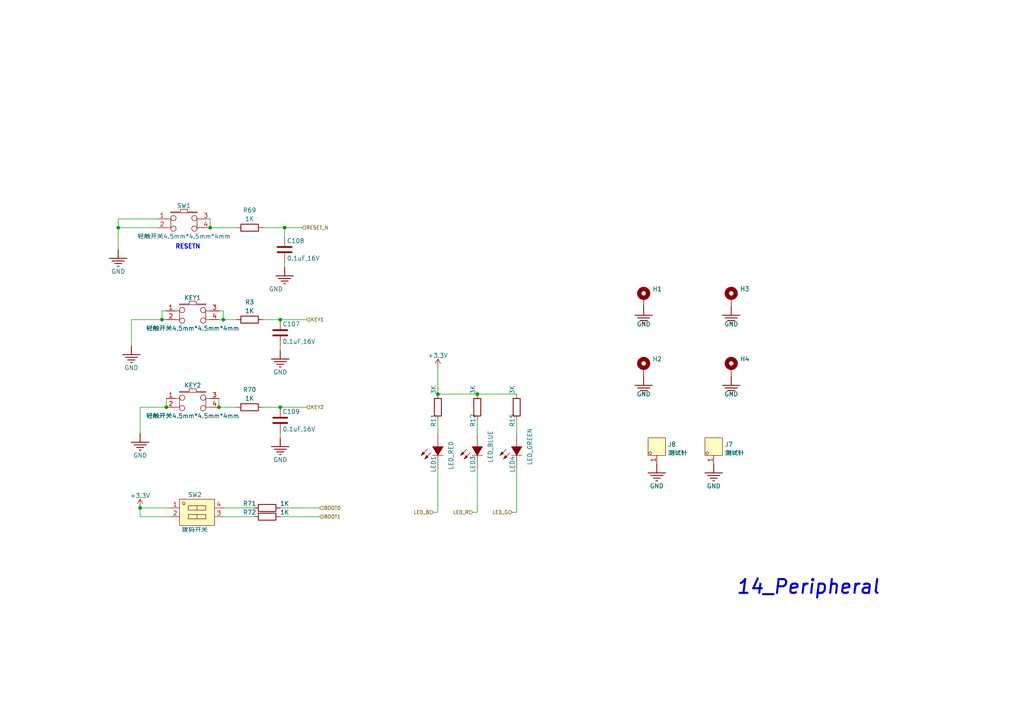
<source format=kicad_sch>
(kicad_sch (version 20230121) (generator eeschema)
  (paper "A4")
  (lib_symbols
    (symbol "0.1uF,16V_1" (pin_numbers hide) (pin_names (offset 0.254))
      (property "Reference" "C" (at 0.635 2.54 0))
      (property "Value" "0.1uF,16V_1" (at 0.635 -2.54 0))
      (symbol "0.1uF,16V_1_0_1"
        (polyline (pts (xy -2.032 -0.762) (xy 2.032 -0.762)) (stroke (width 0.508)))
        (polyline (pts (xy -2.032 0.762) (xy 2.032 0.762)) (stroke (width 0.508)))
      )
      (symbol "0.1uF,16V_1_1_1"
        (pin passive line (at 0 3.81 270) (length 2.794) (name "~") (number "1"))
        (pin passive line (at 0 -3.81 90) (length 2.794) (name "~") (number "2"))
      )
    )
    (symbol "0.1uF,16V_2" (pin_numbers hide) (pin_names (offset 0.254))
      (property "Reference" "C" (at 0.635 2.54 0))
      (property "Value" "0.1uF,16V_2" (at 0.635 -2.54 0))
      (symbol "0.1uF,16V_2_0_1"
        (polyline (pts (xy -2.032 -0.762) (xy 2.032 -0.762)) (stroke (width 0.508)))
        (polyline (pts (xy -2.032 0.762) (xy 2.032 0.762)) (stroke (width 0.508)))
      )
      (symbol "0.1uF,16V_2_1_1"
        (pin passive line (at 0 3.81 270) (length 2.794) (name "~") (number "1"))
        (pin passive line (at 0 -3.81 90) (length 2.794) (name "~") (number "2"))
      )
    )
    (symbol "01-HPM-Peripheral:LED_BLUE" (pin_numbers hide) (pin_names (offset 1.016) hide)
      (property "Reference" "LED" (at -5.08 1.27 0))
      (property "Value" "LED_BLUE" (at 0 -3.81 0))
      (symbol "LED_BLUE_1_1"
        (polyline (pts (xy -2.54 1.524) (xy -2.54 -1.524)) (stroke (width 0.1524)))
        (polyline (pts (xy -1.778 2.032) (xy -3.556 3.81)) (stroke (width 0.1524)))
        (polyline (pts (xy -0.762 3.048) (xy -2.54 4.826)) (stroke (width 0.1524)))
        (polyline (pts (xy -3.556 3.81) (xy -2.54 3.302) (xy -3.048 2.794) (xy -3.556 3.81)) (stroke (width 0.1524)) (fill (type outline)))
        (polyline (pts (xy -2.54 4.826) (xy -1.524 4.318) (xy -2.032 3.81) (xy -2.54 4.826)) (stroke (width 0.1524)) (fill (type outline)))
        (polyline (pts (xy 0 -1.524) (xy -2.54 0) (xy 0 1.524) (xy 0 -1.524)) (stroke (width 0.1524)) (fill (type outline)))
        (pin input line (at -6.35 0 0) (length 3.81) (name "K") (number "1"))
        (pin input line (at 3.81 0 180) (length 3.81) (name "A") (number "2"))
      )
    )
    (symbol "01-HPM-Peripheral:LED_GREEN" (pin_numbers hide) (pin_names (offset 1.016) hide)
      (property "Reference" "LED" (at -5.08 1.27 0))
      (property "Value" "LED_GREEN" (at 0 -3.81 0))
      (symbol "LED_GREEN_1_1"
        (polyline (pts (xy -2.54 1.524) (xy -2.54 -1.524)) (stroke (width 0.1524)))
        (polyline (pts (xy -1.778 2.032) (xy -3.556 3.81)) (stroke (width 0.1524)))
        (polyline (pts (xy -0.762 3.048) (xy -2.54 4.826)) (stroke (width 0.1524)))
        (polyline (pts (xy -3.556 3.81) (xy -2.54 3.302) (xy -3.048 2.794) (xy -3.556 3.81)) (stroke (width 0.1524)) (fill (type outline)))
        (polyline (pts (xy -2.54 4.826) (xy -1.524 4.318) (xy -2.032 3.81) (xy -2.54 4.826)) (stroke (width 0.1524)) (fill (type outline)))
        (polyline (pts (xy 0 -1.524) (xy -2.54 0) (xy 0 1.524) (xy 0 -1.524)) (stroke (width 0.1524)) (fill (type outline)))
        (pin input line (at -6.35 0 0) (length 3.81) (name "K") (number "1"))
        (pin input line (at 3.81 0 180) (length 3.81) (name "A") (number "2"))
      )
    )
    (symbol "01-HPM-Peripheral:LED_RED" (pin_numbers hide) (pin_names (offset 1.016) hide)
      (property "Reference" "LED" (at -5.08 1.27 0))
      (property "Value" "LED_RED" (at 0 -3.81 0))
      (symbol "LED_RED_1_1"
        (polyline (pts (xy -2.54 1.524) (xy -2.54 -1.524)) (stroke (width 0.1524)))
        (polyline (pts (xy -1.778 2.032) (xy -3.556 3.81)) (stroke (width 0.1524)))
        (polyline (pts (xy -0.762 3.048) (xy -2.54 4.826)) (stroke (width 0.1524)))
        (polyline (pts (xy -3.556 3.81) (xy -2.54 3.302) (xy -3.048 2.794) (xy -3.556 3.81)) (stroke (width 0.1524)) (fill (type outline)))
        (polyline (pts (xy -2.54 4.826) (xy -1.524 4.318) (xy -2.032 3.81) (xy -2.54 4.826)) (stroke (width 0.1524)) (fill (type outline)))
        (polyline (pts (xy 0 -1.524) (xy -2.54 0) (xy 0 1.524) (xy 0 -1.524)) (stroke (width 0.1524)) (fill (type outline)))
        (pin input line (at -6.35 0 0) (length 3.81) (name "K") (number "1"))
        (pin input line (at 3.81 0 180) (length 3.81) (name "A") (number "2"))
      )
    )
    (symbol "01-HPM-Peripheral:拨码开关" (pin_names (offset 1.016) hide)
      (property "Reference" "SW" (at -0.635 5.08 0))
      (property "Value" "拨码开关" (at -0.635 -5.08 0))
      (symbol "拨码开关_1_1"
        (rectangle (start -5.08 -3.81) (end 5.08 3.81) (fill (type background)))
        (circle (center -3.81 2.54) (radius 0.381))
        (rectangle (start -2.54 -1.905) (end 2.54 -0.635))
        (rectangle (start -2.54 0.635) (end 2.54 1.905))
        (polyline (pts (xy 0 -0.635) (xy 0 -1.905)))
        (polyline (pts (xy 0 1.905) (xy 0 0.635)))
        (pin input line (at -7.62 1.27 0) (length 2.54) (name "PIN1") (number "1"))
        (pin input line (at -7.62 -1.27 0) (length 2.54) (name "PIN2") (number "2"))
        (pin input line (at 7.62 -1.27 180) (length 2.54) (name "PIN3") (number "3"))
        (pin input line (at 7.62 1.27 180) (length 2.54) (name "PIN4") (number "4"))
      )
    )
    (symbol "01-HPM-Peripheral:轻触开关4.5mm*4.5mm*4mm" (pin_names (offset 1.016) hide)
      (property "Reference" "SW" (at 0 3.81 0))
      (property "Value" "轻触开关4.5mm*4.5mm*4mm" (at 0 -5.08 0))
      (symbol "轻触开关4.5mm*4.5mm*4mm_1_1"
        (arc (start -3.81 -2.8194) (mid -3.048 -3.5781) (end -2.286 -2.8194))
        (arc (start -3.81 0.2286) (mid -3.048 -0.5301) (end -2.286 0.2286))
        (arc (start -2.286 -2.794) (mid -3.0605 -2.0571) (end -3.81 -2.8194))
        (arc (start -2.286 0.254) (mid -3.0605 0.9909) (end -3.81 0.2286))
        (polyline (pts (xy -5.08 -2.54) (xy -4.064 -2.54)))
        (polyline (pts (xy -5.08 0) (xy -4.064 0)))
        (polyline (pts (xy -3.81 0.254) (xy -3.81 -2.794)))
        (polyline (pts (xy 3.81 -2.794) (xy 3.81 0.254)))
        (polyline (pts (xy 5.08 -2.54) (xy 4.064 -2.54)))
        (polyline (pts (xy 5.08 0) (xy 4.064 0)))
        (polyline (pts (xy -3.81 2.032) (xy -3.81 1.778) (xy -3.81 1.778) (xy 3.81 1.778) (xy 3.81 1.778) (xy 3.81 2.032) (xy 3.81 2.032) (xy 1.016 2.032) (xy 1.016 2.032) (xy 1.016 2.794) (xy 1.016 2.794) (xy -1.016 2.794) (xy -1.016 2.794) (xy -1.016 2.032) (xy -1.016 2.032) (xy -3.81 2.032)))
        (arc (start 2.286 -2.8194) (mid 3.048 -3.5781) (end 3.81 -2.8194))
        (arc (start 2.286 0.2286) (mid 3.048 -0.5301) (end 3.81 0.2286))
        (arc (start 3.81 -2.794) (mid 3.0355 -2.0568) (end 2.286 -2.8194))
        (arc (start 3.81 0.254) (mid 3.0355 0.9912) (end 2.286 0.2286))
        (pin input line (at -7.62 0 0) (length 2.54) (name "1") (number "1"))
        (pin input line (at -7.62 -2.54 0) (length 2.54) (name "2") (number "2"))
        (pin input line (at 7.62 0 180) (length 2.54) (name "3") (number "3"))
        (pin input line (at 7.62 -2.54 180) (length 2.54) (name "4") (number "4"))
      )
    )
    (symbol "02_HPM_Resistor:1K" (pin_numbers hide) (pin_names (offset 0))
      (property "Reference" "R" (at -5.08 1.27 0))
      (property "Value" "1K" (at 5.08 1.27 0))
      (symbol "1K_0_1"
        (rectangle (start 2.54 -1.016) (end -2.54 1.016) (stroke (width 0.254)))
      )
      (symbol "1K_1_1"
        (pin passive line (at -3.81 0 0) (length 1.27) (name "~") (number "1"))
        (pin passive line (at 3.81 0 180) (length 1.27) (name "~") (number "2"))
      )
    )
    (symbol "02_HPM_Resistor:3K" (pin_numbers hide) (pin_names (offset 0))
      (property "Reference" "R" (at -3.81 1.27 0))
      (property "Value" "3K" (at 5.08 1.27 0))
      (symbol "3K_0_1"
        (rectangle (start 2.54 -1.016) (end -2.54 1.016) (stroke (width 0.254)))
      )
      (symbol "3K_1_1"
        (pin passive line (at -3.81 0 0) (length 1.27) (name "~") (number "1"))
        (pin passive line (at 3.81 0 180) (length 1.27) (name "~") (number "2"))
      )
    )
    (symbol "03_HPM_Capacitance:0.1uF,16V" (pin_numbers hide) (pin_names (offset 0.254))
      (property "Reference" "C" (at 0.635 2.54 0))
      (property "Value" "0.1uF,16V" (at 0.635 -2.54 0))
      (symbol "0.1uF,16V_0_1"
        (polyline (pts (xy -2.032 -0.762) (xy 2.032 -0.762)) (stroke (width 0.508)))
        (polyline (pts (xy -2.032 0.762) (xy 2.032 0.762)) (stroke (width 0.508)))
      )
      (symbol "0.1uF,16V_1_1"
        (pin passive line (at 0 3.81 270) (length 2.794) (name "~") (number "1"))
        (pin passive line (at 0 -3.81 90) (length 2.794) (name "~") (number "2"))
      )
    )
    (symbol "05_HPM_Connector:测试针绿" (pin_names (offset 1.016) hide)
      (property "Reference" "J" (at -3.81 1.27 0))
      (property "Value" "测试针绿" (at 0 6.35 0))
      (symbol "测试针绿_1_1"
        (circle (center -2.54 1.27) (radius 0.381))
        (rectangle (start 1.905 0.635) (end -3.175 5.715) (fill (type background)))
        (pin input line (at -0.635 -1.905 90) (length 2.54) (name "1") (number "1"))
      )
    )
    (symbol "1K_1" (pin_numbers hide) (pin_names (offset 0))
      (property "Reference" "R" (at -5.08 1.27 0))
      (property "Value" "1K" (at 5.08 1.27 0))
      (symbol "1K_1_0_1"
        (rectangle (start 2.54 -1.016) (end -2.54 1.016) (stroke (width 0.254)))
      )
      (symbol "1K_1_1_1"
        (pin passive line (at -3.81 0 0) (length 1.27) (name "~") (number "1"))
        (pin passive line (at 3.81 0 180) (length 1.27) (name "~") (number "2"))
      )
    )
    (symbol "1K_2" (pin_numbers hide) (pin_names (offset 0))
      (property "Reference" "R" (at -5.08 1.27 0))
      (property "Value" "1K_2" (at 5.08 1.27 0))
      (symbol "1K_2_0_1"
        (rectangle (start 2.54 -1.016) (end -2.54 1.016) (stroke (width 0.254)))
      )
      (symbol "1K_2_1_1"
        (pin passive line (at -3.81 0 0) (length 1.27) (name "~") (number "1"))
        (pin passive line (at 3.81 0 180) (length 1.27) (name "~") (number "2"))
      )
    )
    (symbol "456-altium-import:GND" (power)
      (property "Reference" "#PWR" (at 0 0 0))
      (property "Value" "GND" (at 0 6.35 0))
      (symbol "GND_0_0"
        (polyline (pts (xy -2.54 -2.54) (xy 2.54 -2.54)) (stroke (width 0.254)))
        (polyline (pts (xy -1.778 -3.302) (xy 1.778 -3.302)) (stroke (width 0.254)))
        (polyline (pts (xy -1.016 -4.064) (xy 1.016 -4.064)) (stroke (width 0.254)))
        (polyline (pts (xy -0.254 -4.826) (xy 0.254 -4.826)) (stroke (width 0.254)))
        (polyline (pts (xy 0 0) (xy 0 -2.54)) (stroke (width 0.254)))
        (pin power_in line (at 0 0 0) (length 0) hide (name "GND") (number ""))
      )
    )
    (symbol "GND_1" (power)
      (property "Value" "GND_1" (at 1.27 -6.35 0))
      (symbol "GND_1_0_0"
        (polyline (pts (xy -2.54 -2.54) (xy 2.54 -2.54)) (stroke (width 0.254)))
        (polyline (pts (xy -1.778 -3.302) (xy 1.778 -3.302)) (stroke (width 0.254)))
        (polyline (pts (xy -1.016 -4.064) (xy 1.016 -4.064)) (stroke (width 0.254)))
        (polyline (pts (xy -0.254 -4.826) (xy 0.254 -4.826)) (stroke (width 0.254)))
        (polyline (pts (xy 0 0) (xy 0 -2.54)) (stroke (width 0.254)))
        (pin power_in line (at 0 0 0) (length 0) hide (name "GND") (number ""))
      )
    )
    (symbol "GND_2" (power)
      (property "Value" "GND_2" (at 1.27 -6.35 0))
      (symbol "GND_2_0_0"
        (polyline (pts (xy -2.54 -2.54) (xy 2.54 -2.54)) (stroke (width 0.254)))
        (polyline (pts (xy -1.778 -3.302) (xy 1.778 -3.302)) (stroke (width 0.254)))
        (polyline (pts (xy -1.016 -4.064) (xy 1.016 -4.064)) (stroke (width 0.254)))
        (polyline (pts (xy -0.254 -4.826) (xy 0.254 -4.826)) (stroke (width 0.254)))
        (polyline (pts (xy 0 0) (xy 0 -2.54)) (stroke (width 0.254)))
        (pin power_in line (at 0 0 0) (length 0) hide (name "GND") (number ""))
      )
    )
    (symbol "GND_3" (power)
      (property "Value" "GND_3" (at 1.27 -6.35 0))
      (symbol "GND_3_0_0"
        (polyline (pts (xy -2.54 -2.54) (xy 2.54 -2.54)) (stroke (width 0.254)))
        (polyline (pts (xy -1.778 -3.302) (xy 1.778 -3.302)) (stroke (width 0.254)))
        (polyline (pts (xy -1.016 -4.064) (xy 1.016 -4.064)) (stroke (width 0.254)))
        (polyline (pts (xy -0.254 -4.826) (xy 0.254 -4.826)) (stroke (width 0.254)))
        (polyline (pts (xy 0 0) (xy 0 -2.54)) (stroke (width 0.254)))
        (pin power_in line (at 0 0 0) (length 0) hide (name "GND") (number ""))
      )
    )
    (symbol "Mechanical:MountingHole_Pad" (pin_numbers hide) (pin_names (offset 1.016) hide)
      (property "Reference" "H" (at 0 6.35 0))
      (property "Value" "MountingHole_Pad" (at 0 4.445 0))
      (symbol "MountingHole_Pad_0_1"
        (circle (center 0 1.27) (radius 1.27) (stroke (width 1.27)))
      )
      (symbol "MountingHole_Pad_1_1"
        (pin input line (at 0 -2.54 90) (length 2.54) (name "1") (number "1"))
      )
    )
    (symbol "power:+3.3V" (power) (pin_names (offset 0))
      (property "Value" "+3.3V" (at 0 3.556 0))
      (symbol "+3.3V_0_1"
        (polyline (pts (xy -0.762 1.27) (xy 0 2.54)))
        (polyline (pts (xy 0 0) (xy 0 2.54)))
        (polyline (pts (xy 0 2.54) (xy 0.762 1.27)))
      )
      (symbol "+3.3V_1_1"
        (pin power_in line (at 0 0 90) (length 0) hide (name "+3.3V") (number "1"))
      )
    )
    (symbol "power:GND" (power)
      (property "Value" "GND" (at 1.27 -6.35 0))
      (symbol "GND_0_0"
        (polyline (pts (xy -2.54 -2.54) (xy 2.54 -2.54)) (stroke (width 0.254)))
        (polyline (pts (xy -1.778 -3.302) (xy 1.778 -3.302)) (stroke (width 0.254)))
        (polyline (pts (xy -1.016 -4.064) (xy 1.016 -4.064)) (stroke (width 0.254)))
        (polyline (pts (xy -0.254 -4.826) (xy 0.254 -4.826)) (stroke (width 0.254)))
        (polyline (pts (xy 0 0) (xy 0 -2.54)) (stroke (width 0.254)))
        (pin power_in line (at 0 0 0) (length 0) hide (name "GND") (number ""))
      )
    )
  )
  (junction (at 138.43 114.3))
  (junction (at 40.64 147.32))
  (junction (at 34.29 66.04))
  (junction (at 48.26 118.11))
  (junction (at 127 114.3))
  (junction (at 60.96 66.04))
  (junction (at 81.28 118.11))
  (junction (at 82.55 66.04))
  (junction (at 64.77 92.71))
  (junction (at 81.28 92.71))
  (junction (at 46.99 92.71))
  (junction (at 63.5 118.11))
  (wire (pts (xy 40.64 149.86) (xy 49.53 149.86)) (stroke (width 0.15)))
  (wire (pts (xy 138.43 121.92) (xy 138.43 125.73)))
  (wire (pts (xy 127 106.68) (xy 127 114.3)))
  (wire (pts (xy 76.2 118.11) (xy 81.28 118.11)) (stroke (width 0.15)))
  (wire (pts (xy 38.1 92.71) (xy 38.1 100.33)) (stroke (width 0.15)))
  (wire (pts (xy 149.86 121.92) (xy 149.86 125.73)))
  (wire (pts (xy 40.64 147.32) (xy 49.53 147.32)) (stroke (width 0.15)))
  (wire (pts (xy 86.36 149.86) (xy 81.28 149.86)))
  (wire (pts (xy 48.26 115.57) (xy 48.26 118.11)) (stroke (width 0.15)))
  (wire (pts (xy 45.72 63.5) (xy 34.29 63.5)) (stroke (width 0.15)))
  (wire (pts (xy 127 121.92) (xy 127 125.73)))
  (wire (pts (xy 138.43 135.89) (xy 138.43 148.59)))
  (wire (pts (xy 149.86 135.89) (xy 149.86 148.59)))
  (wire (pts (xy 127 114.3) (xy 138.43 114.3)))
  (wire (pts (xy 40.64 147.32) (xy 40.64 149.86)) (stroke (width 0.15)))
  (wire (pts (xy 40.64 118.11) (xy 40.64 125.73)) (stroke (width 0.15)))
  (wire (pts (xy 64.77 90.17) (xy 64.77 92.71)))
  (wire (pts (xy 86.36 149.86) (xy 92.71 149.86)) (stroke (width 0.15)))
  (wire (pts (xy 64.77 92.71) (xy 68.58 92.71)) (stroke (width 0.15)))
  (wire (pts (xy 82.55 77.47) (xy 82.55 76.2)) (stroke (width 0.15)))
  (wire (pts (xy 46.99 92.71) (xy 48.26 92.71)))
  (wire (pts (xy 86.36 147.32) (xy 92.71 147.32)) (stroke (width 0.15)))
  (wire (pts (xy 81.28 92.71) (xy 88.9 92.71)) (stroke (width 0.15)))
  (wire (pts (xy 137.16 148.59) (xy 138.43 148.59)))
  (wire (pts (xy 127 135.89) (xy 127 148.59)))
  (wire (pts (xy 81.28 101.6) (xy 81.28 100.33)) (stroke (width 0.15)))
  (wire (pts (xy 64.77 147.32) (xy 73.66 147.32)) (stroke (width 0.15)))
  (wire (pts (xy 82.55 68.58) (xy 82.55 66.04)))
  (wire (pts (xy 64.77 149.86) (xy 73.66 149.86)) (stroke (width 0.15)))
  (wire (pts (xy 60.96 63.5) (xy 60.96 66.04)))
  (wire (pts (xy 76.2 92.71) (xy 81.28 92.71)) (stroke (width 0.15)))
  (wire (pts (xy 48.26 90.17) (xy 46.99 90.17)))
  (wire (pts (xy 138.43 114.3) (xy 149.86 114.3)))
  (wire (pts (xy 81.28 127) (xy 81.28 125.73)) (stroke (width 0.15)))
  (wire (pts (xy 86.36 147.32) (xy 81.28 147.32)))
  (wire (pts (xy 63.5 90.17) (xy 64.77 90.17)))
  (wire (pts (xy 76.2 66.04) (xy 82.55 66.04)))
  (wire (pts (xy 48.26 118.11) (xy 40.64 118.11)) (stroke (width 0.15)))
  (wire (pts (xy 34.29 63.5) (xy 34.29 66.04)) (stroke (width 0.15)))
  (wire (pts (xy 46.99 90.17) (xy 46.99 92.71)))
  (wire (pts (xy 63.5 118.11) (xy 68.58 118.11)) (stroke (width 0.15)))
  (wire (pts (xy 63.5 115.57) (xy 63.5 118.11)) (stroke (width 0.15)))
  (wire (pts (xy 148.59 148.59) (xy 149.86 148.59)))
  (wire (pts (xy 81.28 118.11) (xy 88.9 118.11)) (stroke (width 0.15)))
  (wire (pts (xy 45.72 66.04) (xy 34.29 66.04)) (stroke (width 0.15)))
  (wire (pts (xy 63.5 92.71) (xy 64.77 92.71)) (stroke (width 0.15)))
  (wire (pts (xy 46.99 92.71) (xy 38.1 92.71)) (stroke (width 0.15)))
  (wire (pts (xy 125.73 148.59) (xy 127 148.59)))
  (wire (pts (xy 60.96 66.04) (xy 68.58 66.04)))
  (wire (pts (xy 82.55 66.04) (xy 87.63 66.04)))
  (wire (pts (xy 34.29 66.04) (xy 34.29 72.39)) (stroke (width 0.15)))
  (text "RESETN" (at 50.8 72.39 0) (effects (font (size 1.27 1.27) bold) (justify left bottom)))
  (text "14_Peripheral" (at 213.36 172.72 0) (effects (font (size 4 4) (thickness 0.6) bold italic) (justify left bottom)))
  (hierarchical_label "BOOT1" (shape input) (at 92.71 149.86 0) (effects (font (size 1 1))))
  (hierarchical_label "LED_G" (shape input) (at 148.59 148.59 180) (effects (font (size 1 1))))
  (hierarchical_label "KEY2" (shape input) (at 88.9 118.11 0) (effects (font (size 1 1))))
  (hierarchical_label "RESET_N" (shape input) (at 87.63 66.04 0) (effects (font (size 1 1))))
  (hierarchical_label "LED_B" (shape input) (at 125.73 148.59 180) (effects (font (size 1 1))))
  (hierarchical_label "KEY1" (shape input) (at 88.9 92.71 0) (effects (font (size 1 1))))
  (hierarchical_label "BOOT0" (shape input) (at 92.71 147.32 0) (effects (font (size 1 1))))
  (hierarchical_label "LED_R" (shape input) (at 137.16 148.59 180) (effects (font (size 1 1))))
  (symbol (lib_name "1K_2") (lib_id "02_HPM_Resistor:1K") (at 77.47 147.32 0) (unit 1)
    (property "Reference" "R71" (at 72.39 146.05 0))
    (property "Value" "1K" (at 82.55 146.05 0))
    (property "Footprint" "02_HPM_Resistor:R_0402_1005Metric" (effects hide))
    (property "Model" "0402WGF1001TCE" (effects hide))
    (property "Company" "UNI-ROYAL(厚声)" (effects hide))
  )
  (symbol (lib_id "456-altium-import:GND") (at 81.28 127 0) (unit 1)
    (property "Reference" "#PWR021" (effects hide))
    (property "Value" "GND" (at 81.28 133.35 0))
  )
  (symbol (lib_id "01-HPM-Peripheral:LED_BLUE") (at 138.43 129.54 90) (unit 1)
    (property "Reference" "LED3" (at 137.16 134.62 0))
    (property "Value" "LED_BLUE" (at 142.24 129.54 0))
    (property "Footprint" "04_HPM_Diode:LED_0603" (effects hide))
    (property "Model" "NCD0603B1" (effects hide))
    (property "Company" "国星光电" (effects hide))
  )
  (symbol (lib_id "456-altium-import:GND") (at 81.28 101.6 0) (unit 1)
    (property "Reference" "#PWR020" (effects hide))
    (property "Value" "GND" (at 81.28 107.95 0))
  )
  (symbol (lib_id "456-altium-import:GND") (at 34.29 72.39 0) (unit 1)
    (property "Reference" "#PWR0275" (effects hide))
    (property "Value" "GND" (at 34.29 78.74 0))
  )
  (symbol (lib_id "Mechanical:MountingHole_Pad") (at 186.69 106.68 0) (unit 1)
    (property "Reference" "H2" (at 189.23 104.1399 0) (effects (justify left)))
    (property "Value" "MountingHole_Pad" (effects hide))
    (property "Footprint" "01-HPM-Peripheral:FIX" (effects hide))
  )
  (symbol (lib_id "02_HPM_Resistor:3K") (at 149.86 118.11 90) (unit 1)
    (property "Reference" "R15" (at 148.59 121.92 0))
    (property "Value" "3K" (at 148.59 113.03 0))
    (property "Footprint" "02_HPM_Resistor:R_0402" (effects hide))
    (property "Model" "RC0402FR-073KL" (effects hide))
    (property "Company" "YAGEO(国巨)" (effects hide))
  )
  (symbol (lib_id "05_HPM_Connector:测试针绿") (at 207.645 132.715 0) (unit 1)
    (property "Reference" "J7" (at 210.185 128.905 0) (effects (justify left)))
    (property "Value" "测试针" (at 210.185 131.445 0) (effects (justify left)))
    (property "Footprint" "05_HPM_Connector:测试针" (effects hide))
    (property "Model" "RH-5116" (effects hide))
    (property "Company" "荣和" (effects hide))
  )
  (symbol (lib_name "0.1uF,16V_1") (lib_id "03_HPM_Capacitance:0.1uF,16V") (at 82.55 72.39 0) (unit 1)
    (property "Reference" "C108" (at 83.185 69.85 0) (effects (justify left)))
    (property "Value" "0.1uF,16V" (at 83.185 74.93 0) (effects (justify left)))
    (property "Footprint" "03_HPM_Capacitance:C_0402" (effects hide))
    (property "Model" "CL05B104KO5NNNC" (effects hide))
    (property "Company" "SAMSUNG(三星)" (effects hide))
  )
  (symbol (lib_id "01-HPM-Peripheral:拨码开关") (at 57.15 148.59 0) (unit 1)
    (property "Reference" "SW2" (at 56.515 143.51 0))
    (property "Value" "拨码开关" (at 56.515 153.67 0))
    (property "Footprint" "01-HPM-Peripheral:拨码开关2.54mm" (effects hide))
    (property "Model" "DM-02-V" (effects hide))
    (property "Company" "圜达" (effects hide))
  )
  (symbol (lib_id "456-altium-import:GND") (at 38.1 100.33 0) (unit 1)
    (property "Reference" "#PWR0280" (effects hide))
    (property "Value" "GND" (at 38.1 106.68 0))
  )
  (symbol (lib_id "Mechanical:MountingHole_Pad") (at 186.69 86.36 0) (unit 1)
    (property "Reference" "H1" (at 189.23 83.8199 0) (effects (justify left)))
    (property "Value" "MountingHole_Pad" (effects hide))
    (property "Footprint" "01-HPM-Peripheral:FIX" (effects hide))
  )
  (symbol (lib_id "Mechanical:MountingHole_Pad") (at 212.09 106.68 0) (unit 1)
    (property "Reference" "H4" (at 214.63 104.1399 0) (effects (justify left)))
    (property "Value" "MountingHole_Pad" (effects hide))
    (property "Footprint" "01-HPM-Peripheral:FIX" (effects hide))
  )
  (symbol (lib_id "power:+3.3V") (at 127 106.68 0) (unit 1)
    (property "Reference" "#PWR0159" (effects hide))
    (property "Value" "+3.3V" (at 127 103.124 0))
  )
  (symbol (lib_id "power:+3.3V") (at 40.64 147.32 0) (unit 1)
    (property "Reference" "#PWR0282" (effects hide))
    (property "Value" "+3.3V" (at 40.64 143.764 0))
  )
  (symbol (lib_id "01-HPM-Peripheral:轻触开关4.5mm*4.5mm*4mm") (at 55.88 115.57 0) (unit 1)
    (property "Reference" "KEY2" (at 55.88 111.76 0))
    (property "Value" "轻触开关4.5mm*4.5mm*4mm" (at 55.88 120.65 0))
    (property "Footprint" "01-HPM-Peripheral:KEY_4.5mm" (effects hide))
    (property "Model" " TS4540TP" (effects hide))
    (property "Company" "SHOU HAN(首韩)" (effects hide))
  )
  (symbol (lib_name "0.1uF,16V_2") (lib_id "03_HPM_Capacitance:0.1uF,16V") (at 81.28 96.52 0) (unit 1)
    (property "Reference" "C107" (at 81.915 93.98 0) (effects (justify left)))
    (property "Value" "0.1uF,16V" (at 81.915 99.06 0) (effects (justify left)))
    (property "Footprint" "03_HPM_Capacitance:C_0402" (effects hide))
    (property "Model" "CL05B104KO5NNNC" (effects hide))
    (property "Company" "SAMSUNG(三星)" (effects hide))
  )
  (symbol (lib_name "1K_1") (lib_id "02_HPM_Resistor:1K") (at 72.39 66.04 0) (unit 1)
    (property "Reference" "R69" (at 72.39 60.96 0))
    (property "Value" "1K" (at 72.39 63.5 0))
    (property "Footprint" "02_HPM_Resistor:R_0402_1005Metric" (effects hide))
    (property "Model" "0402WGF1001TCE" (effects hide))
    (property "Company" "UNI-ROYAL(厚声)" (effects hide))
  )
  (symbol (lib_id "03_HPM_Capacitance:0.1uF,16V") (at 81.28 121.92 0) (unit 1)
    (property "Reference" "C109" (at 81.915 119.38 0) (effects (justify left)))
    (property "Value" "0.1uF,16V" (at 81.915 124.46 0) (effects (justify left)))
    (property "Footprint" "03_HPM_Capacitance:C_0402" (effects hide))
    (property "Model" "CL05B104KO5NNNC" (effects hide))
    (property "Company" "SAMSUNG(三星)" (effects hide))
  )
  (symbol (lib_id "Mechanical:MountingHole_Pad") (at 212.09 86.36 0) (unit 1)
    (property "Reference" "H3" (at 214.63 83.8199 0) (effects (justify left)))
    (property "Value" "MountingHole_Pad" (effects hide))
    (property "Footprint" "01-HPM-Peripheral:FIX" (effects hide))
  )
  (symbol (lib_name "GND_3") (lib_id "power:GND") (at 212.09 88.9 0) (unit 1)
    (property "Reference" "#PWR0285" (effects hide))
    (property "Value" "GND" (at 212.09 93.98 0))
  )
  (symbol (lib_id "01-HPM-Peripheral:轻触开关4.5mm*4.5mm*4mm") (at 53.34 63.5 0) (unit 1)
    (property "Reference" "SW1" (at 53.34 59.69 0))
    (property "Value" "轻触开关4.5mm*4.5mm*4mm" (at 53.34 68.58 0))
    (property "Footprint" "01-HPM-Peripheral:KEY_4.5mm" (effects hide))
    (property "Model" " TS4540TP" (effects hide))
    (property "Company" "SHOU HAN(首韩)" (effects hide))
  )
  (symbol (lib_id "01-HPM-Peripheral:LED_GREEN") (at 149.86 129.54 90) (unit 1)
    (property "Reference" "LED4" (at 148.59 134.62 0))
    (property "Value" "LED_GREEN" (at 153.67 129.54 0))
    (property "Footprint" "04_HPM_Diode:LED_0603" (effects hide))
    (property "Model" "NCD0603C1" (effects hide))
    (property "Company" "国星光电" (effects hide))
  )
  (symbol (lib_id "02_HPM_Resistor:1K") (at 77.47 149.86 0) (unit 1)
    (property "Reference" "R72" (at 72.39 148.59 0))
    (property "Value" "1K" (at 82.55 148.59 0))
    (property "Footprint" "02_HPM_Resistor:R_0402_1005Metric" (effects hide))
    (property "Model" "0402WGF1001TCE" (effects hide))
    (property "Company" "UNI-ROYAL(厚声)" (effects hide))
  )
  (symbol (lib_id "01-HPM-Peripheral:轻触开关4.5mm*4.5mm*4mm") (at 55.88 90.17 0) (unit 1)
    (property "Reference" "KEY1" (at 55.88 86.36 0))
    (property "Value" "轻触开关4.5mm*4.5mm*4mm" (at 55.88 95.25 0))
    (property "Footprint" "01-HPM-Peripheral:KEY_4.5mm" (effects hide))
    (property "Model" " TS4540TP" (effects hide))
    (property "Company" "SHOU HAN(首韩)" (effects hide))
  )
  (symbol (lib_name "1K_1") (lib_id "02_HPM_Resistor:1K") (at 72.39 118.11 0) (unit 1)
    (property "Reference" "R70" (at 72.39 113.03 0))
    (property "Value" "1K" (at 72.39 115.57 0))
    (property "Footprint" "02_HPM_Resistor:R_0402_1005Metric" (effects hide))
    (property "Model" "0402WGF1001TCE" (effects hide))
    (property "Company" "UNI-ROYAL(厚声)" (effects hide))
  )
  (symbol (lib_name "GND_1") (lib_id "power:GND") (at 190.5 134.62 0) (unit 1)
    (property "Reference" "#PWR048" (effects hide))
    (property "Value" "GND" (at 190.5 140.97 0))
  )
  (symbol (lib_name "GND_1") (lib_id "power:GND") (at 212.09 109.22 0) (unit 1)
    (property "Reference" "#PWR0286" (effects hide))
    (property "Value" "GND" (at 212.09 114.3 0))
  )
  (symbol (lib_id "02_HPM_Resistor:3K") (at 138.43 118.11 90) (unit 1)
    (property "Reference" "R12" (at 137.16 121.92 0))
    (property "Value" "3K" (at 137.16 113.03 0))
    (property "Footprint" "02_HPM_Resistor:R_0402" (effects hide))
    (property "Model" "RC0402FR-073KL" (effects hide))
    (property "Company" "YAGEO(国巨)" (effects hide))
  )
  (symbol (lib_name "GND_2") (lib_id "power:GND") (at 186.69 109.22 0) (unit 1)
    (property "Reference" "#PWR0287" (effects hide))
    (property "Value" "GND" (at 186.69 114.3 0))
  )
  (symbol (lib_id "456-altium-import:GND") (at 82.55 77.47 0) (unit 1)
    (property "Reference" "#PWR0274" (effects hide))
    (property "Value" "GND" (at 80.01 83.82 0))
  )
  (symbol (lib_id "power:GND") (at 186.69 88.9 0) (unit 1)
    (property "Reference" "#PWR0284" (effects hide))
    (property "Value" "GND" (at 186.69 93.98 0))
  )
  (symbol (lib_id "456-altium-import:GND") (at 40.64 125.73 0) (unit 1)
    (property "Reference" "#PWR0281" (effects hide))
    (property "Value" "GND" (at 40.64 132.08 0))
  )
  (symbol (lib_id "05_HPM_Connector:测试针绿") (at 191.135 132.715 0) (unit 1)
    (property "Reference" "J8" (at 193.675 128.905 0) (effects (justify left)))
    (property "Value" "测试针" (at 193.675 131.445 0) (effects (justify left)))
    (property "Footprint" "05_HPM_Connector:测试针" (effects hide))
    (property "Model" "RH-5116" (effects hide))
    (property "Company" "荣和" (effects hide))
  )
  (symbol (lib_id "02_HPM_Resistor:3K") (at 127 118.11 90) (unit 1)
    (property "Reference" "R11" (at 125.73 121.92 0))
    (property "Value" "3K" (at 125.73 113.03 0))
    (property "Footprint" "02_HPM_Resistor:R_0402" (effects hide))
    (property "Model" "RC0402FR-073KL" (effects hide))
    (property "Company" "YAGEO(国巨)" (effects hide))
  )
  (symbol (lib_name "GND_1") (lib_id "power:GND") (at 207.01 134.62 0) (unit 1)
    (property "Reference" "#PWR047" (effects hide))
    (property "Value" "GND" (at 207.01 140.97 0))
  )
  (symbol (lib_name "1K_1") (lib_id "02_HPM_Resistor:1K") (at 72.39 92.71 0) (unit 1)
    (property "Reference" "R3" (at 72.39 87.63 0))
    (property "Value" "1K" (at 72.39 90.17 0))
    (property "Footprint" "02_HPM_Resistor:R_0402_1005Metric" (effects hide))
    (property "Model" "0402WGF1001TCE" (effects hide))
    (property "Company" "UNI-ROYAL(厚声)" (effects hide))
  )
  (symbol (lib_id "01-HPM-Peripheral:LED_RED") (at 127 129.54 90) (unit 1)
    (property "Reference" "LED1" (at 125.73 134.62 0))
    (property "Value" "LED_RED" (at 130.81 132.08 0))
    (property "Footprint" "04_HPM_Diode:LED_0603" (effects hide))
    (property "Model" "NCD0603R1" (effects hide))
    (property "Company" "国星光电" (effects hide))
  )
)
</source>
